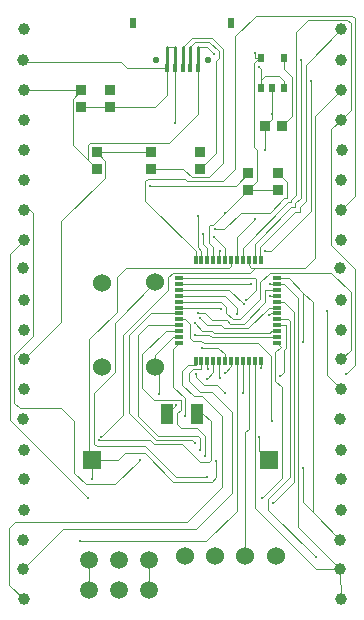
<source format=gtl>
G04 Layer_Physical_Order=1*
G04 Layer_Color=255*
%FSLAX44Y44*%
%MOMM*%
G71*
G01*
G75*
%ADD10R,1.5240X1.5240*%
%ADD11R,0.3000X0.8000*%
%ADD12R,0.8000X0.3000*%
%ADD13R,0.5000X0.8000*%
%ADD14R,1.1000X1.8000*%
%ADD15R,0.8500X0.8500*%
%ADD16R,0.8500X0.8500*%
%ADD17C,0.1000*%
%ADD18C,0.2500*%
%ADD19C,0.5800*%
%ADD20R,0.6000X0.9000*%
%ADD21C,1.5240*%
%ADD22C,1.0000*%
%ADD23C,1.5200*%
%ADD24C,0.2000*%
D10*
X402290Y901871D02*
D03*
X552291D02*
D03*
D11*
X492410Y1233970D02*
D03*
X485660D02*
D03*
X479160D02*
D03*
X472410D02*
D03*
X465910D02*
D03*
X540220Y1071650D02*
D03*
X545220D02*
D03*
X535220D02*
D03*
X515220D02*
D03*
X520220D02*
D03*
X530220D02*
D03*
X525220D02*
D03*
X505220D02*
D03*
X510220D02*
D03*
X500220D02*
D03*
X495220D02*
D03*
X490220D02*
D03*
Y986150D02*
D03*
X495220D02*
D03*
X500220D02*
D03*
X510220D02*
D03*
X505220D02*
D03*
X525220D02*
D03*
X530220D02*
D03*
X520220D02*
D03*
X515220D02*
D03*
X535220D02*
D03*
X545220D02*
D03*
X540220D02*
D03*
D12*
X476470Y1056150D02*
D03*
Y1051150D02*
D03*
Y1046150D02*
D03*
Y1036150D02*
D03*
Y1041150D02*
D03*
Y1021150D02*
D03*
Y1016150D02*
D03*
Y1026150D02*
D03*
Y1031150D02*
D03*
Y1011150D02*
D03*
Y1001150D02*
D03*
Y1006150D02*
D03*
X559220D02*
D03*
Y1001150D02*
D03*
Y1011150D02*
D03*
Y1031150D02*
D03*
Y1026150D02*
D03*
Y1016150D02*
D03*
Y1021150D02*
D03*
Y1041150D02*
D03*
Y1036150D02*
D03*
Y1046150D02*
D03*
Y1051150D02*
D03*
Y1056150D02*
D03*
D13*
X564760Y1217380D02*
D03*
X545760D02*
D03*
X555260D02*
D03*
X564760Y1242380D02*
D03*
X545760D02*
D03*
D14*
X466292Y941071D02*
D03*
X491291D02*
D03*
D15*
X406400Y1148700D02*
D03*
Y1162700D02*
D03*
X452120Y1148700D02*
D03*
Y1162700D02*
D03*
X494030Y1148700D02*
D03*
Y1162700D02*
D03*
X417790Y1200930D02*
D03*
Y1214930D02*
D03*
X534670Y1144920D02*
D03*
Y1130920D02*
D03*
X393580Y1200930D02*
D03*
Y1214930D02*
D03*
X560070Y1130920D02*
D03*
Y1144920D02*
D03*
D16*
X549220Y1184990D02*
D03*
X563220D02*
D03*
D17*
X542544Y1241044D02*
X545760D01*
X581428Y1043681D02*
X589534Y1035576D01*
Y857956D02*
X612900Y834590D01*
X581406Y866084D02*
X589534Y857956D01*
X514970Y1111219D02*
X534670Y1130920D01*
X505149Y1101399D02*
X514970Y1111219D01*
X545108Y1074952D02*
X545220D01*
X537506Y1064514D02*
X540512D01*
X491291Y941324D02*
X496848D01*
X483616Y982432D02*
X490220D01*
X400304Y901871D02*
Y1004316D01*
X555260Y1195070D02*
Y1217380D01*
Y1191031D02*
Y1195070D01*
X465910Y1211072D02*
Y1233932D01*
X344470Y1239266D02*
X427228D01*
X432562Y1233932D02*
X465910D01*
X545760Y1223940D02*
Y1233002D01*
X399034Y1156066D02*
X406400Y1148700D01*
X386080Y1169020D02*
X399034Y1156066D01*
X581406Y866084D02*
Y895350D01*
X581428Y1002030D02*
Y1043681D01*
X568960Y1056150D02*
X581428Y1043681D01*
X559220Y1056150D02*
X568960D01*
X476052Y1001150D02*
X476470D01*
X471358Y996456D02*
X476052Y1001150D01*
X471358Y964202D02*
Y996456D01*
Y964202D02*
X481290Y954270D01*
Y939110D02*
Y954270D01*
X540766Y1242380D02*
X545760D01*
X540766D02*
Y1246886D01*
X546862Y870204D02*
X563118Y886460D01*
Y963953D01*
X557808Y969263D02*
X563118Y963953D01*
X557808Y969263D02*
Y993694D01*
X562242Y998128D01*
X559220Y1001150D02*
X562242Y998128D01*
X421894Y1018344D02*
X455980Y1052430D01*
X421894Y976376D02*
Y1018344D01*
X404114Y958596D02*
X421894Y976376D01*
X404114Y915924D02*
Y958596D01*
Y915924D02*
X406400Y913638D01*
X447371D01*
X473279Y887730D01*
X499872D01*
X515220Y1071650D02*
Y1081424D01*
X505714Y1090930D02*
X515220Y1081424D01*
X530220Y1071650D02*
Y1081753D01*
X568581Y1120114D01*
X570901D01*
Y1122434D01*
X575056Y1126589D01*
Y1264666D01*
X585160Y1274770D01*
X618800D01*
X621538Y1272032D01*
Y1198228D02*
Y1272032D01*
X613650Y1190340D02*
X621538Y1198228D01*
X591312Y1072896D02*
Y1193252D01*
X540512Y1064514D02*
X582930D01*
X536702Y1060704D02*
X540512Y1064514D01*
X470924Y1060704D02*
X536702D01*
X466860Y1056640D02*
X470924Y1060704D01*
X466860Y1045980D02*
Y1056640D01*
X429006Y1008126D02*
X466860Y1045980D01*
X429006Y940054D02*
Y1008126D01*
X410266Y921314D02*
X429006Y940054D01*
X499618Y971042D02*
X505220Y976644D01*
Y986150D01*
X498094Y905232D02*
Y922528D01*
X491591Y929031D02*
X498094Y922528D01*
X477980Y929031D02*
X491591D01*
X474832Y932179D02*
X477980Y929031D01*
X474832Y932179D02*
Y941477D01*
X477750Y944396D01*
Y952468D01*
X477107Y953112D02*
X477750Y952468D01*
X455168Y953112D02*
X477107D01*
X445262Y963018D02*
X455168Y953112D01*
X445262Y963018D02*
Y991616D01*
X464796Y1011150D01*
X476470D01*
X553216Y1041150D02*
X559220D01*
X553212Y1041146D02*
X553216Y1041150D01*
X549148Y1078992D02*
X553974D01*
X587756Y1112774D01*
Y1223264D01*
X552196Y1031150D02*
X559220D01*
X534945Y1013899D02*
X552196Y1031150D01*
X514604Y1013899D02*
X534945D01*
X511927Y1016576D02*
X514604Y1013899D01*
X499804Y1016576D02*
X511927D01*
X494284Y1022096D02*
X499804Y1016576D01*
X344720Y1114090D02*
X350220D01*
X352806Y1111504D01*
Y1006856D02*
Y1111504D01*
X336550Y990600D02*
X352806Y1006856D01*
X336550Y950722D02*
Y990600D01*
Y950722D02*
X341376Y945896D01*
X376682D01*
X387350Y935228D01*
Y891366D02*
Y935228D01*
Y891366D02*
X397336Y881380D01*
X421894D01*
X442976Y902462D01*
X552694Y1025144D02*
X553700Y1026150D01*
X559220D01*
X332994Y1076613D02*
X344720Y1088340D01*
X332994Y935990D02*
Y1076613D01*
Y935990D02*
X399288Y869696D01*
X551688Y860044D02*
X591820Y819912D01*
X551688Y860044D02*
Y869442D01*
X570087Y887841D01*
Y1019556D01*
X568493Y1021150D02*
X570087Y1019556D01*
X559220Y1021150D02*
X568493D01*
X486871Y919158D02*
X489994Y916035D01*
X456506Y919158D02*
X486871D01*
X433832Y941832D02*
X456506Y919158D01*
X433832Y941832D02*
Y1007872D01*
X452110Y1026150D01*
X476470D01*
Y1031150D02*
X510690D01*
X512154Y1029687D01*
X601472Y973768D02*
Y1028524D01*
Y973768D02*
X613400Y961840D01*
X490220Y972566D02*
Y974852D01*
Y972566D02*
X497586Y965200D01*
X508762D01*
X515112Y958850D01*
X530220D02*
Y986150D01*
X392176Y833120D02*
X499110D01*
X525220Y859230D01*
Y986150D01*
X515220D02*
Y991616D01*
X509632Y997204D02*
X515220Y991616D01*
X495300Y997204D02*
X509632D01*
X518459Y1046150D02*
X530805Y1033804D01*
X476470Y1046150D02*
X518459D01*
X476470Y1056150D02*
X540290D01*
X541250Y1055190D01*
Y1045948D02*
Y1055190D01*
X533146Y1037844D02*
X541250Y1045948D01*
X492116Y1082305D02*
Y1108710D01*
Y1082305D02*
X495220Y1079200D01*
Y1071650D02*
Y1079200D01*
X500220Y1071650D02*
Y1081281D01*
X496156Y1085345D02*
X500220Y1081281D01*
X496156Y1085345D02*
Y1093454D01*
X479160Y1251720D02*
X487026Y1259586D01*
X503936D01*
X513294Y1250228D01*
Y1153383D02*
Y1250228D01*
X501320Y1141410D02*
X513294Y1153383D01*
X487239Y1141410D02*
X501320D01*
X479948Y1148700D02*
X487239Y1141410D01*
X452120Y1148700D02*
X479948D01*
X564760Y1233052D02*
Y1242380D01*
Y1233052D02*
X571500Y1226312D01*
Y1193270D02*
Y1226312D01*
X563220Y1184990D02*
X571500Y1193270D01*
X549220Y1164519D02*
Y1184990D01*
X472410Y1187450D02*
Y1233970D01*
X549220Y1184990D02*
X555260Y1191031D01*
X510220Y1071650D02*
Y1077844D01*
X511048Y1078672D01*
X471424Y1006150D02*
X476470D01*
X455980Y990706D02*
X471424Y1006150D01*
X455980Y980930D02*
Y990706D01*
X476470Y1021150D02*
X481514D01*
X485164Y1017500D01*
Y1005701D02*
Y1017500D01*
Y1005701D02*
X487680Y1003185D01*
X495161D01*
X497201Y1001145D01*
X542921D01*
X554268Y989798D01*
Y936204D02*
Y989798D01*
Y936204D02*
X555244Y935228D01*
X555752Y865902D02*
X573628Y883777D01*
Y1027418D01*
X564896Y1036150D02*
X573628Y1027418D01*
X559220Y1036150D02*
X564896D01*
X399034Y1156066D02*
Y1168400D01*
X401066Y1170432D01*
X468122D01*
X492410Y1194720D01*
Y1233970D01*
X494030Y1148700D02*
X507238Y1161908D01*
Y1239544D01*
X509754Y1242060D01*
Y1247926D01*
X501650Y1256030D02*
X509754Y1247926D01*
X489970Y1256030D02*
X501650D01*
X485660Y1251720D02*
X489970Y1256030D01*
X545760Y1241044D02*
Y1242380D01*
X540004Y1238504D02*
X542544Y1241044D01*
X540004Y1166876D02*
Y1238504D01*
Y1166876D02*
X542036Y1164844D01*
Y1138286D02*
Y1164844D01*
X534670Y1130920D02*
X542036Y1138286D01*
X544068Y1234694D02*
X545760Y1233002D01*
X500118Y1251720D02*
X505714Y1246124D01*
X492160Y1251720D02*
X500118D01*
X417790Y1200930D02*
X455768D01*
X465910Y1211072D01*
X344470Y1239266D02*
Y1241090D01*
X427228Y1239266D02*
X432562Y1233932D01*
X465910D02*
Y1233970D01*
X402290Y885698D02*
Y901871D01*
X577168Y845322D02*
X612900Y809590D01*
X577168Y845322D02*
Y1039034D01*
X565052Y1051150D02*
X577168Y1039034D01*
X559220Y1051150D02*
X565052D01*
X408178Y919226D02*
X451432D01*
X455039Y915618D01*
X478866D01*
X494308Y900176D01*
X501420D01*
X503452Y902208D01*
Y934720D01*
X496848Y941324D02*
X503452Y934720D01*
X491291Y941071D02*
Y941324D01*
X402290Y901871D02*
X424688D01*
X430867Y908050D01*
X447040D01*
X471400Y883690D01*
X503912D01*
X507492Y887270D01*
Y901192D01*
X459232Y957580D02*
Y977678D01*
X455980Y980930D02*
X459232Y977678D01*
X525220Y1091132D02*
X540258Y1106170D01*
X525220Y1071650D02*
Y1091132D01*
X476470Y1041150D02*
X514799D01*
X525272Y1030677D01*
Y1025398D02*
Y1030677D01*
X510220Y972378D02*
Y986150D01*
Y972378D02*
X511048Y971550D01*
X540220Y1071650D02*
Y1085050D01*
X571381Y1116211D01*
X574803D01*
Y1119633D01*
X579374Y1124204D01*
Y1241090D01*
X545220Y1071650D02*
Y1074952D01*
X545108D02*
Y1082690D01*
X574433Y1112015D01*
X578999D01*
Y1116581D01*
X583692Y1121274D01*
Y1236882D01*
X613400Y1266590D01*
X505220Y1071650D02*
Y1082468D01*
X501647Y1086041D02*
X505220Y1082468D01*
X501647Y1086041D02*
Y1100229D01*
X502817Y1101399D01*
X505149D01*
X506984Y1097534D02*
X514604D01*
X528320Y1111250D01*
X552958D01*
X565404Y1123696D01*
X567436D01*
Y1137554D01*
X560070Y1144920D02*
X567436Y1137554D01*
X613400Y1114090D02*
X625094Y1125784D01*
Y1276096D01*
X622808Y1278382D02*
X625094Y1276096D01*
X541274Y1278382D02*
X622808D01*
X523748Y1260856D02*
X541274Y1278382D01*
X523748Y1148350D02*
Y1260856D01*
X513267Y1137869D02*
X523748Y1148350D01*
X483199Y1137869D02*
X513267D01*
X481098Y1139971D02*
X483199Y1137869D01*
X449599Y1139971D02*
X481098D01*
X447548Y1137920D02*
X449599Y1139971D01*
X447548Y1121664D02*
Y1137920D01*
Y1121664D02*
X490220Y1078992D01*
Y1071650D02*
Y1078992D01*
X451612Y1134329D02*
X524079D01*
X534670Y1144920D01*
X490220Y982432D02*
Y986150D01*
X478576Y977392D02*
X483616Y982432D01*
X478576Y965779D02*
Y977392D01*
Y965779D02*
X488497Y955857D01*
X495944D01*
X512334Y939468D01*
Y878856D02*
Y939468D01*
X482854Y849376D02*
X512334Y878856D01*
X337312Y849376D02*
X482854D01*
X332486Y844550D02*
X337312Y849376D01*
X332486Y796324D02*
Y844550D01*
Y796324D02*
X344720Y784090D01*
X466292Y941071D02*
X466345D01*
X473710Y948436D01*
X344220Y809590D02*
X378164Y843534D01*
X490518D01*
X520943Y873959D01*
Y943008D01*
X504553Y959398D02*
X520943Y943008D01*
X493776Y959398D02*
X504553D01*
X484632Y968542D02*
X493776Y959398D01*
X484632Y968542D02*
Y975844D01*
X487680Y978892D01*
X495220D01*
Y986150D01*
X532470Y820720D02*
Y925609D01*
X535220Y928359D01*
Y986150D01*
X520220Y981287D02*
Y986150D01*
X514933Y976000D02*
X520220Y981287D01*
X592198Y809590D02*
X612900D01*
X540220Y861568D02*
X592198Y809590D01*
X540220Y861568D02*
Y986150D01*
X544322Y909840D02*
Y921258D01*
Y909840D02*
X552291Y901871D01*
X449984Y1016150D02*
X476470D01*
X441706Y1007872D02*
X449984Y1016150D01*
X441706Y939292D02*
Y1007872D01*
Y939292D02*
X458299Y922699D01*
X492071D01*
X494034Y920735D01*
Y910840D02*
Y920735D01*
X559220Y1016150D02*
X566420D01*
X566547Y1016023D01*
Y996887D02*
Y1016023D01*
X564832Y995172D02*
X566547Y996887D01*
X564832Y976312D02*
Y995172D01*
X561848Y973328D02*
X564832Y976312D01*
X503991Y1006150D02*
X559220D01*
X502015Y1008126D02*
X503991Y1006150D01*
X489498Y1008126D02*
X502015D01*
X476470Y1036150D02*
X511409D01*
X516194Y1031365D01*
Y1026545D02*
Y1031365D01*
Y1026545D02*
X521558Y1021182D01*
X528050D01*
X545099Y1038231D01*
Y1052845D01*
X552958Y1060704D01*
X605282D01*
X621538Y1044448D01*
Y995478D02*
Y1044448D01*
X613400Y987340D02*
X621538Y995478D01*
X549148Y1046150D02*
X559220D01*
X549148Y1035632D02*
Y1046150D01*
X530955Y1017439D02*
X549148Y1035632D01*
X519598Y1017439D02*
X530955D01*
X516751Y1020286D02*
X519598Y1017439D01*
X504174Y1020286D02*
X516751D01*
X498324Y1026136D02*
X504174Y1020286D01*
X492022Y1026136D02*
X498324D01*
X554204Y1011150D02*
X559220D01*
X552958Y1009904D02*
X554204Y1011150D01*
X505714Y1009904D02*
X552958D01*
X503936Y1011682D02*
X505714Y1009904D01*
X496062Y1011682D02*
X503936D01*
X489712Y1018032D02*
X496062Y1011682D01*
X545220Y979678D02*
Y986150D01*
X605282Y1181972D02*
X613650Y1190340D01*
X605282Y1083818D02*
Y1181972D01*
Y1083818D02*
X625094Y1064006D01*
Y982472D02*
Y1064006D01*
X617220Y974598D02*
X625094Y982472D01*
X553300Y1051150D02*
X559220D01*
X476470D02*
X537210D01*
X500220Y980092D02*
Y986150D01*
Y980092D02*
X501142Y979170D01*
X400304Y901871D02*
X402290D01*
X400304Y1004316D02*
X423418Y1027430D01*
Y1056640D01*
X431038Y1064260D01*
X518160D01*
X520220Y1066320D01*
Y1071650D01*
X591312Y1193252D02*
X613400Y1215340D01*
X582930Y1064514D02*
X591312Y1072896D01*
X535220Y1066800D02*
X537506Y1064514D01*
X535220Y1066800D02*
Y1071650D01*
X589534Y857956D02*
Y1035576D01*
X545760Y1217380D02*
Y1223940D01*
X548640Y1226820D01*
X561204D01*
X564760Y1223264D01*
Y1217380D02*
Y1223264D01*
X492410Y1233970D02*
Y1236970D01*
X492160Y1237220D02*
X492410Y1236970D01*
X472410Y1233970D02*
Y1237220D01*
X465910Y1233970D02*
Y1236970D01*
X466160Y1237220D01*
X485660Y1233970D02*
Y1237220D01*
X479160Y1233970D02*
Y1237220D01*
X344720Y987340D02*
X376682Y1019302D01*
Y1104138D01*
X413766Y1141222D01*
Y1155334D01*
X406400Y1162700D02*
X413766Y1155334D01*
X386080Y1207430D02*
X393580Y1214930D01*
X386080Y1169020D02*
Y1207430D01*
X466160Y1251720D02*
X472410D01*
X450850Y792220D02*
Y817730D01*
X534670Y1130920D02*
X560070D01*
X406400Y1162700D02*
X452120D01*
X393580Y1200930D02*
X417790D01*
X612900Y797044D02*
Y809590D01*
Y797044D02*
X613400Y796544D01*
Y784090D02*
Y796544D01*
X399850Y792220D02*
Y817730D01*
X369217Y1214930D02*
X393580D01*
X368808Y1215340D02*
X369217Y1214930D01*
X344720Y1215340D02*
X368808D01*
D18*
X485660Y1237220D02*
Y1251720D01*
X492160Y1237220D02*
Y1251720D01*
X479160Y1237220D02*
Y1251720D01*
X472410Y1237220D02*
Y1251720D01*
X466160Y1237220D02*
Y1251720D01*
D19*
X501160Y1240970D02*
D03*
X456660D02*
D03*
D20*
X437660Y1271970D02*
D03*
X519910Y1271720D02*
D03*
D21*
X411230Y1052180D02*
D03*
X455980Y1052430D02*
D03*
Y980930D02*
D03*
X410980D02*
D03*
X506970Y820720D02*
D03*
X481470Y820970D02*
D03*
X532470Y820720D02*
D03*
X558220D02*
D03*
D22*
X344720Y1215340D02*
D03*
X344470Y1241090D02*
D03*
X344720Y1266590D02*
D03*
Y1114090D02*
D03*
Y1139340D02*
D03*
X344970Y1190340D02*
D03*
X345220Y1164840D02*
D03*
X344720Y961840D02*
D03*
Y1012340D02*
D03*
Y1037840D02*
D03*
Y1088340D02*
D03*
X344220Y1064590D02*
D03*
X344720Y910840D02*
D03*
X344220Y936590D02*
D03*
X344720Y987340D02*
D03*
Y859840D02*
D03*
Y885590D02*
D03*
X344220Y834590D02*
D03*
Y809590D02*
D03*
X344720Y784090D02*
D03*
X613400Y1215340D02*
D03*
X613150Y1241090D02*
D03*
X613400Y1266590D02*
D03*
Y1114090D02*
D03*
Y1139340D02*
D03*
X613650Y1190340D02*
D03*
X613900Y1164840D02*
D03*
X613400Y961840D02*
D03*
Y1012340D02*
D03*
Y1037840D02*
D03*
Y1088340D02*
D03*
X612900Y1064590D02*
D03*
X613400Y910840D02*
D03*
X612900Y936590D02*
D03*
X613400Y987340D02*
D03*
Y859840D02*
D03*
Y885590D02*
D03*
X612900Y834590D02*
D03*
Y809590D02*
D03*
X613400Y784090D02*
D03*
D23*
X450850Y817730D02*
D03*
Y792220D02*
D03*
X399850D02*
D03*
Y817730D02*
D03*
X425350D02*
D03*
Y792220D02*
D03*
D24*
X581406Y895350D02*
D03*
X581428Y1002030D02*
D03*
X481290Y939110D02*
D03*
X540766Y1246886D02*
D03*
X546862Y870204D02*
D03*
X499872Y887730D02*
D03*
X505714Y1090930D02*
D03*
X410266Y921314D02*
D03*
X499618Y971042D02*
D03*
X498094Y905232D02*
D03*
X553212Y1041146D02*
D03*
X549148Y1078992D02*
D03*
X587756Y1223264D02*
D03*
X494284Y1022096D02*
D03*
X442976Y902462D02*
D03*
X552694Y1025144D02*
D03*
X399288Y869696D02*
D03*
X591820Y819912D02*
D03*
X489994Y916035D02*
D03*
X512154Y1029687D02*
D03*
X601472Y1028524D02*
D03*
X490220Y974852D02*
D03*
X515112Y958850D02*
D03*
X530220D02*
D03*
X392176Y833120D02*
D03*
X495300Y997204D02*
D03*
X530805Y1033804D02*
D03*
X533146Y1037844D02*
D03*
X492116Y1108710D02*
D03*
X496156Y1093454D02*
D03*
X549220Y1164519D02*
D03*
X472410Y1187450D02*
D03*
X511048Y1078672D02*
D03*
X555244Y935228D02*
D03*
X555752Y865902D02*
D03*
X544068Y1234694D02*
D03*
X505714Y1246124D02*
D03*
X402290Y885698D02*
D03*
X408178Y919226D02*
D03*
X507492Y901192D02*
D03*
X459232Y957580D02*
D03*
X540258Y1106170D02*
D03*
X525272Y1025398D02*
D03*
X511048Y971550D02*
D03*
X514970Y1111219D02*
D03*
X579374Y1241090D02*
D03*
X506984Y1097534D02*
D03*
X451612Y1134329D02*
D03*
X473710Y948436D02*
D03*
X514933Y976000D02*
D03*
X555260Y1195070D02*
D03*
X544322Y921258D02*
D03*
X494034Y910840D02*
D03*
X561848Y973328D02*
D03*
X489498Y1008126D02*
D03*
X492022Y1026136D02*
D03*
X489712Y1018032D02*
D03*
X545220Y979678D02*
D03*
X617220Y974598D02*
D03*
X553300Y1051150D02*
D03*
X537210D02*
D03*
X501142Y979170D02*
D03*
M02*

</source>
